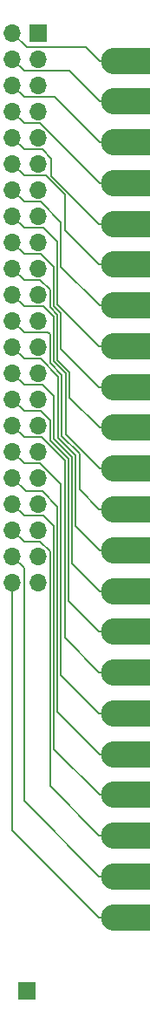
<source format=gbr>
%TF.GenerationSoftware,KiCad,Pcbnew,7.0.11*%
%TF.CreationDate,2025-08-02T11:26:45+02:00*%
%TF.ProjectId,pal-2-kim-adapter,70616c2d-322d-46b6-996d-2d6164617074,rev?*%
%TF.SameCoordinates,Original*%
%TF.FileFunction,Copper,L2,Bot*%
%TF.FilePolarity,Positive*%
%FSLAX46Y46*%
G04 Gerber Fmt 4.6, Leading zero omitted, Abs format (unit mm)*
G04 Created by KiCad (PCBNEW 7.0.11) date 2025-08-02 11:26:45*
%MOMM*%
%LPD*%
G01*
G04 APERTURE LIST*
G04 Aperture macros list*
%AMFreePoly0*
4,1,22,-1.270000,3.180000,1.270000,3.180000,1.270000,-1.910000,1.254364,-2.108672,1.198732,-2.329454,1.104571,-2.536755,0.974909,-2.723912,0.813912,-2.884909,0.626755,-3.014571,0.419454,-3.108732,0.198672,-3.164364,0.000000,-3.180000,-0.198672,-3.164364,-0.419454,-3.108732,-0.626755,-3.014571,-0.813912,-2.884909,-0.974909,-2.723912,-1.104571,-2.536755,-1.198732,-2.329454,-1.254364,-2.108672,
-1.270000,-1.910000,-1.270000,3.180000,-1.270000,3.180000,$1*%
G04 Aperture macros list end*
%TA.AperFunction,ComponentPad*%
%ADD10R,1.700000X1.700000*%
%TD*%
%TA.AperFunction,ComponentPad*%
%ADD11O,1.700000X1.700000*%
%TD*%
%TA.AperFunction,ConnectorPad*%
%ADD12FreePoly0,270.000000*%
%TD*%
%TA.AperFunction,Conductor*%
%ADD13C,0.160000*%
%TD*%
G04 APERTURE END LIST*
D10*
%TO.P,J1,1,SYNC*%
%TO.N,Net-(J1-SYNC)*%
X151650000Y-54450000D03*
D11*
%TO.P,J1,2,~{RDY}*%
%TO.N,Net-(J1-~{RDY})*%
X151650000Y-56990000D03*
%TO.P,J1,3,\u00D81*%
%TO.N,Net-(J1-\u00D81)*%
X151650000Y-59530000D03*
%TO.P,J1,4,~{IRQ}*%
%TO.N,Net-(J1-~{IRQ})*%
X151650000Y-62070000D03*
%TO.P,J1,5,R0*%
%TO.N,Net-(J1-R0)*%
X151650000Y-64610000D03*
%TO.P,J1,6,~{NMI}*%
%TO.N,Net-(J1-~{NMI})*%
X151650000Y-67150000D03*
%TO.P,J1,7,~{RES}*%
%TO.N,Net-(J1-~{RES})*%
X151650000Y-69690000D03*
%TO.P,J1,8,D7*%
%TO.N,Net-(J1-D7)*%
X151650000Y-72230000D03*
%TO.P,J1,9,D6*%
%TO.N,Net-(J1-D6)*%
X151650000Y-74770000D03*
%TO.P,J1,10,D5*%
%TO.N,Net-(J1-D5)*%
X151650000Y-77310000D03*
%TO.P,J1,11,D4*%
%TO.N,Net-(J1-D4)*%
X151650000Y-79850000D03*
%TO.P,J1,12,D3*%
%TO.N,Net-(J1-D3)*%
X151650000Y-82390000D03*
%TO.P,J1,13,D2*%
%TO.N,Net-(J1-D2)*%
X151650000Y-84930000D03*
%TO.P,J1,14,D1*%
%TO.N,Net-(J1-D1)*%
X151650000Y-87470000D03*
%TO.P,J1,15,D0*%
%TO.N,Net-(J1-D0)*%
X151650000Y-90010000D03*
%TO.P,J1,16,K6*%
%TO.N,Net-(J1-K6)*%
X151650000Y-92550000D03*
%TO.P,J1,17,SST*%
%TO.N,Net-(J1-SST)*%
X151650000Y-95090000D03*
%TO.P,J1,18,N.C.*%
%TO.N,Net-(J1-N.C.-Pad18)*%
X151650000Y-97630000D03*
%TO.P,J1,19,N.C.*%
%TO.N,Net-(J1-N.C.-Pad19)*%
X151650000Y-100170000D03*
%TO.P,J1,20,N.C.*%
%TO.N,Net-(J1-N.C.-Pad20)*%
X151650000Y-102710000D03*
%TO.P,J1,21,+5V*%
%TO.N,Net-(J1-+5V)*%
X151650000Y-105250000D03*
%TO.P,J1,22,GND*%
%TO.N,Net-(J1-GND)*%
X151650000Y-107790000D03*
%TO.P,J1,A,A0*%
%TO.N,Net-(J1-A0)*%
X149110000Y-54450000D03*
%TO.P,J1,B,A1*%
%TO.N,Net-(J1-A1)*%
X149110000Y-56990000D03*
%TO.P,J1,C,A2*%
%TO.N,Net-(J1-A2)*%
X149110000Y-59530000D03*
%TO.P,J1,D,A3*%
%TO.N,Net-(J1-A3)*%
X149110000Y-62070000D03*
%TO.P,J1,E,A4*%
%TO.N,Net-(J1-A4)*%
X149110000Y-64610000D03*
%TO.P,J1,F,A5*%
%TO.N,Net-(J1-A5)*%
X149110000Y-67150000D03*
%TO.P,J1,H,A6*%
%TO.N,Net-(J1-A6)*%
X149110000Y-69690000D03*
%TO.P,J1,J,A7*%
%TO.N,Net-(J1-A7)*%
X149110000Y-72230000D03*
%TO.P,J1,K,A8*%
%TO.N,Net-(J1-A8)*%
X149110000Y-74770000D03*
%TO.P,J1,L,A9*%
%TO.N,Net-(J1-A9)*%
X149110000Y-77310000D03*
%TO.P,J1,M,A10*%
%TO.N,Net-(J1-A10)*%
X149110000Y-79850000D03*
%TO.P,J1,N,A11*%
%TO.N,Net-(J1-A11)*%
X149110000Y-82390000D03*
%TO.P,J1,P,A12*%
%TO.N,Net-(J1-A12)*%
X149110000Y-84930000D03*
%TO.P,J1,R,A13*%
%TO.N,Net-(J1-A13)*%
X149110000Y-87470000D03*
%TO.P,J1,S,A14*%
%TO.N,Net-(J1-A14)*%
X149110000Y-90010000D03*
%TO.P,J1,T,A15*%
%TO.N,Net-(J1-A15)*%
X149110000Y-92550000D03*
%TO.P,J1,U,\u00D82*%
%TO.N,Net-(J1-\u00D82)*%
X149110000Y-95090000D03*
%TO.P,J1,V,R/~{W}*%
%TO.N,Net-(J1-R{slash}~{W})*%
X149110000Y-97630000D03*
%TO.P,J1,W,~{R}/W*%
%TO.N,Net-(J1-~{R}{slash}W)*%
X149110000Y-100170000D03*
%TO.P,J1,X,PLL*%
%TO.N,Net-(J1-PLL)*%
X149110000Y-102710000D03*
%TO.P,J1,Y,~{\u00D82}*%
%TO.N,Net-(J1-~{\u00D82})*%
X149110000Y-105250000D03*
%TO.P,J1,Z,RAMRW*%
%TO.N,Net-(J1-RAMRW)*%
X149110000Y-107790000D03*
%TD*%
D10*
%TO.P,J3,1,Pin_1*%
%TO.N,Net-(J1-~{RES})*%
X150520000Y-147435000D03*
%TD*%
D12*
%TO.P,J2,A,A0*%
%TO.N,Net-(J1-A0)*%
X160990000Y-57140000D03*
%TO.P,J2,B,A1*%
%TO.N,Net-(J1-A1)*%
X160990000Y-61100000D03*
%TO.P,J2,C,A2*%
%TO.N,Net-(J1-A2)*%
X160990000Y-65060000D03*
%TO.P,J2,D,A3*%
%TO.N,Net-(J1-A3)*%
X160990000Y-69020000D03*
%TO.P,J2,E,A4*%
%TO.N,Net-(J1-A4)*%
X160990000Y-72980000D03*
%TO.P,J2,F,A5*%
%TO.N,Net-(J1-A5)*%
X160990000Y-76940000D03*
%TO.P,J2,H,A6*%
%TO.N,Net-(J1-A6)*%
X160990000Y-80900000D03*
%TO.P,J2,J,A7*%
%TO.N,Net-(J1-A7)*%
X160990000Y-84860000D03*
%TO.P,J2,K,A8*%
%TO.N,Net-(J1-A8)*%
X160990000Y-88820000D03*
%TO.P,J2,L,A9*%
%TO.N,Net-(J1-A9)*%
X160990000Y-92780000D03*
%TO.P,J2,M,A10*%
%TO.N,Net-(J1-A10)*%
X160990000Y-96740000D03*
%TO.P,J2,N,A11*%
%TO.N,Net-(J1-A11)*%
X160990000Y-100700000D03*
%TO.P,J2,P,A12*%
%TO.N,Net-(J1-A12)*%
X160990000Y-104660000D03*
%TO.P,J2,R,A13*%
%TO.N,Net-(J1-A13)*%
X160990000Y-108620000D03*
%TO.P,J2,S,A14*%
%TO.N,Net-(J1-A14)*%
X160990000Y-112580000D03*
%TO.P,J2,T,A15*%
%TO.N,Net-(J1-A15)*%
X160990000Y-116540000D03*
%TO.P,J2,U,\u00D82*%
%TO.N,Net-(J1-\u00D82)*%
X160990000Y-120500000D03*
%TO.P,J2,V,R/~{W}*%
%TO.N,Net-(J1-R{slash}~{W})*%
X160990000Y-124460000D03*
%TO.P,J2,W,~{R}/W*%
%TO.N,Net-(J1-~{R}{slash}W)*%
X160990000Y-128420000D03*
%TO.P,J2,X,PLL*%
%TO.N,Net-(J1-PLL)*%
X160990000Y-132380000D03*
%TO.P,J2,Y,~{\u00D82}*%
%TO.N,Net-(J1-~{\u00D82})*%
X160990000Y-136340000D03*
%TO.P,J2,Z,RAMRW*%
%TO.N,Net-(J1-RAMRW)*%
X160990000Y-140300000D03*
%TD*%
D13*
%TO.N,Net-(J1-A0)*%
X150520000Y-55860000D02*
X149110000Y-54450000D01*
X157610000Y-57140000D02*
X156330000Y-55860000D01*
X156330000Y-55860000D02*
X150520000Y-55860000D01*
X160990000Y-57140000D02*
X157610000Y-57140000D01*
%TO.N,Net-(J1-A1)*%
X154650000Y-58120000D02*
X150240000Y-58120000D01*
X157630000Y-61100000D02*
X154650000Y-58120000D01*
X160990000Y-61100000D02*
X157630000Y-61100000D01*
X150240000Y-58120000D02*
X149110000Y-56990000D01*
%TO.N,Net-(J1-A2)*%
X153250000Y-60660000D02*
X150240000Y-60660000D01*
X160990000Y-65060000D02*
X157650000Y-65060000D01*
X157650000Y-65060000D02*
X153250000Y-60660000D01*
X150240000Y-60660000D02*
X149110000Y-59530000D01*
%TO.N,Net-(J1-A3)*%
X160990000Y-69020000D02*
X157658062Y-69020000D01*
X150240000Y-63200000D02*
X149110000Y-62070000D01*
X157658062Y-69020000D02*
X151838062Y-63200000D01*
X151838062Y-63200000D02*
X150240000Y-63200000D01*
%TO.N,Net-(J1-A4)*%
X157590000Y-72980000D02*
X152940000Y-68330000D01*
X150240000Y-65740000D02*
X149110000Y-64610000D01*
X160990000Y-72980000D02*
X157590000Y-72980000D01*
X152940000Y-68330000D02*
X152940000Y-66640000D01*
X152940000Y-66640000D02*
X152040000Y-65740000D01*
X152040000Y-65740000D02*
X150240000Y-65740000D01*
%TO.N,Net-(J1-A5)*%
X150240000Y-68280000D02*
X149110000Y-67150000D01*
X154220000Y-70120000D02*
X152380000Y-68280000D01*
X160990000Y-76940000D02*
X157580000Y-76940000D01*
X152380000Y-68280000D02*
X150240000Y-68280000D01*
X157580000Y-76940000D02*
X154220000Y-73580000D01*
X154220000Y-73580000D02*
X154220000Y-70120000D01*
%TO.N,Net-(J1-A6)*%
X151870000Y-70820000D02*
X150240000Y-70820000D01*
X150240000Y-70820000D02*
X149110000Y-69690000D01*
X157610000Y-80900000D02*
X153860000Y-77150000D01*
X153860000Y-77150000D02*
X153860000Y-72810000D01*
X160990000Y-80900000D02*
X157610000Y-80900000D01*
X153860000Y-72810000D02*
X151870000Y-70820000D01*
%TO.N,Net-(J1-A7)*%
X152118062Y-73360000D02*
X150240000Y-73360000D01*
X153500000Y-80770000D02*
X153500000Y-74741938D01*
X153500000Y-74741938D02*
X152118062Y-73360000D01*
X157590000Y-84860000D02*
X153500000Y-80770000D01*
X150240000Y-73360000D02*
X149110000Y-72230000D01*
X160990000Y-84860000D02*
X157590000Y-84860000D01*
%TO.N,Net-(J1-A8)*%
X153860000Y-85090000D02*
X153860000Y-81650000D01*
X157590000Y-88820000D02*
X153860000Y-85090000D01*
X160990000Y-88820000D02*
X157590000Y-88820000D01*
X150260000Y-75920000D02*
X149110000Y-74770000D01*
X153140000Y-80930000D02*
X153140000Y-77201938D01*
X153860000Y-81650000D02*
X153140000Y-80930000D01*
X151858062Y-75920000D02*
X150260000Y-75920000D01*
X153140000Y-77201938D02*
X151858062Y-75920000D01*
%TO.N,Net-(J1-A9)*%
X154670000Y-89820000D02*
X154670000Y-87364590D01*
X153500000Y-86194590D02*
X153500000Y-81799116D01*
X152780000Y-79381938D02*
X151838062Y-78440000D01*
X157630000Y-92780000D02*
X154670000Y-89820000D01*
X160990000Y-92780000D02*
X157630000Y-92780000D01*
X151838062Y-78440000D02*
X150240000Y-78440000D01*
X154670000Y-87364590D02*
X153500000Y-86194590D01*
X150240000Y-78440000D02*
X149110000Y-77310000D01*
X152780000Y-81079116D02*
X152780000Y-79381938D01*
X153500000Y-81799116D02*
X152780000Y-81079116D01*
%TO.N,Net-(J1-A10)*%
X150240000Y-80980000D02*
X149110000Y-79850000D01*
X152170000Y-80980000D02*
X150240000Y-80980000D01*
X157610000Y-96740000D02*
X154310000Y-93440000D01*
X154310000Y-87513706D02*
X153140002Y-86343708D01*
X154310000Y-93440000D02*
X154310000Y-87513706D01*
X160990000Y-96740000D02*
X157610000Y-96740000D01*
X153140002Y-81950002D02*
X152170000Y-80980000D01*
X153140002Y-86343708D02*
X153140002Y-81950002D01*
%TO.N,Net-(J1-A11)*%
X150240000Y-83520000D02*
X149110000Y-82390000D01*
X160990000Y-100700000D02*
X157590000Y-100700000D01*
X155660000Y-95299116D02*
X153950000Y-93589116D01*
X153950000Y-87662822D02*
X152780002Y-86492824D01*
X157590000Y-100700000D02*
X155660000Y-98770000D01*
X155660000Y-98770000D02*
X155660000Y-95299116D01*
X152780002Y-83710002D02*
X152590000Y-83520000D01*
X153950000Y-93589116D02*
X153950000Y-87662822D01*
X152780002Y-86492824D02*
X152780002Y-83710002D01*
X152590000Y-83520000D02*
X150240000Y-83520000D01*
%TO.N,Net-(J1-A12)*%
X153590000Y-93738232D02*
X153590000Y-87811938D01*
X151848062Y-86070000D02*
X150250000Y-86070000D01*
X155300000Y-95448232D02*
X153590000Y-93738232D01*
X153590000Y-87811938D02*
X151848062Y-86070000D01*
X157610000Y-104660000D02*
X155300000Y-102350000D01*
X155300000Y-102350000D02*
X155300000Y-95448232D01*
X150250000Y-86070000D02*
X149110000Y-84930000D01*
X160990000Y-104660000D02*
X157610000Y-104660000D01*
%TO.N,Net-(J1-A13)*%
X154940000Y-95597348D02*
X153190000Y-93847348D01*
X153190000Y-93847348D02*
X153190000Y-89710000D01*
X160990000Y-108620000D02*
X157630000Y-108620000D01*
X154940000Y-105930000D02*
X154940000Y-95597348D01*
X157630000Y-108620000D02*
X154940000Y-105930000D01*
X152080000Y-88600000D02*
X150240000Y-88600000D01*
X150240000Y-88600000D02*
X149110000Y-87470000D01*
X153190000Y-89710000D02*
X152080000Y-88600000D01*
%TO.N,Net-(J1-A14)*%
X154580000Y-109560000D02*
X154580000Y-95770000D01*
X151870000Y-91140000D02*
X150240000Y-91140000D01*
X152830000Y-92100000D02*
X151870000Y-91140000D01*
X152830000Y-94020000D02*
X152830000Y-92100000D01*
X154580000Y-95770000D02*
X152830000Y-94020000D01*
X150240000Y-91140000D02*
X149110000Y-90010000D01*
X160990000Y-112580000D02*
X157600000Y-112580000D01*
X157600000Y-112580000D02*
X154580000Y-109560000D01*
%TO.N,Net-(J1-A15)*%
X160990000Y-116540000D02*
X157600000Y-116540000D01*
X154220000Y-113160000D02*
X154220000Y-95920000D01*
X154220000Y-95920000D02*
X151980000Y-93680000D01*
X157600000Y-116540000D02*
X154220000Y-113160000D01*
X151980000Y-93680000D02*
X150240000Y-93680000D01*
X150240000Y-93680000D02*
X149110000Y-92550000D01*
%TO.N,Net-(J1-\u00D82)*%
X153860000Y-116760000D02*
X153860000Y-98240000D01*
X160990000Y-120500000D02*
X157600000Y-120500000D01*
X153860000Y-98240000D02*
X151840000Y-96220000D01*
X150240000Y-96220000D02*
X149110000Y-95090000D01*
X157600000Y-120500000D02*
X153860000Y-116760000D01*
X151840000Y-96220000D02*
X150240000Y-96220000D01*
%TO.N,Net-(J1-R{slash}~{W})*%
X152018062Y-98940000D02*
X150420000Y-98940000D01*
X153500000Y-100421938D02*
X152018062Y-98940000D01*
X150420000Y-98940000D02*
X149110000Y-97630000D01*
X157630000Y-124460000D02*
X153500000Y-120330000D01*
X153500000Y-120330000D02*
X153500000Y-100421938D01*
X160990000Y-124460000D02*
X157630000Y-124460000D01*
%TO.N,Net-(J1-~{R}{slash}W)*%
X157610000Y-128420000D02*
X153140000Y-123950000D01*
X152118062Y-101300000D02*
X150240000Y-101300000D01*
X160990000Y-128420000D02*
X157610000Y-128420000D01*
X153140000Y-123950000D02*
X153140000Y-102321938D01*
X153140000Y-102321938D02*
X152118062Y-101300000D01*
X150240000Y-101300000D02*
X149110000Y-100170000D01*
%TO.N,Net-(J1-PLL)*%
X150240000Y-103840000D02*
X149110000Y-102710000D01*
X160990000Y-132380000D02*
X157590000Y-132380000D01*
X152779915Y-127569915D02*
X152779915Y-104781853D01*
X151838062Y-103840000D02*
X150240000Y-103840000D01*
X157590000Y-132380000D02*
X152779915Y-127569915D01*
X152779915Y-104781853D02*
X151838062Y-103840000D01*
%TO.N,Net-(J1-~{\u00D82})*%
X160990000Y-136340000D02*
X157590000Y-136340000D01*
X150240000Y-106380000D02*
X149110000Y-105250000D01*
X157590000Y-136340000D02*
X150240000Y-128990000D01*
X150240000Y-128990000D02*
X150240000Y-106380000D01*
%TO.N,Net-(J1-RAMRW)*%
X160990000Y-140300000D02*
X157580000Y-140300000D01*
X157580000Y-140300000D02*
X149110000Y-131830000D01*
X149110000Y-131830000D02*
X149110000Y-107790000D01*
%TD*%
M02*

</source>
